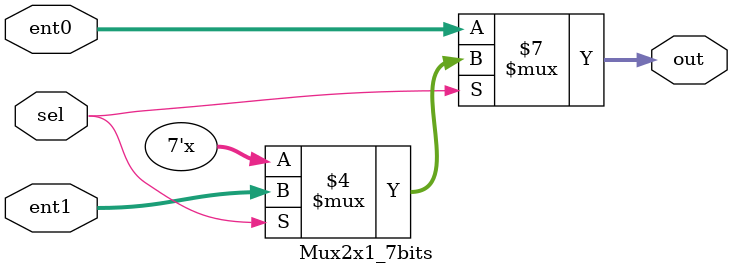
<source format=v>
/*
Multiplexador 2x1 de 7 bits
Seleciona entre duas entradas de 7 bits (ent0 e ent1) com base no sinal de seleção sel
Quando sel = 0, a saída é ent0
Quando sel = 1, a saida é ent1
*/

module Mux2x1_7bits(

	// entrada de dados
	sel,
	ent0,
	ent1,

	//saída de dados
	out

);

	//localparams
	localparam p_ent = 7;
	localparam p_out = 7;

	// Input Port(s)
	input wire sel;
	input wire [p_ent - 1:0] ent0;
	input wire [p_ent - 1:0] ent1;
	
	// Output Port(s)
	output reg [p_out - 1:0] out;
	
	always @(ent0 or ent1 or sel)
	begin
		if (sel == 0) out <= ent0;  // = ou <=? ver com o prof
		else if (sel == 1) out <= ent1;
		// TODO else ver com o prof
	end

endmodule

</source>
